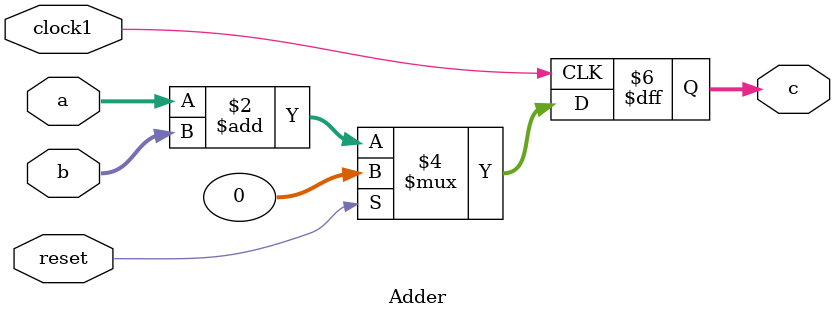
<source format=v>
module Adder(
  input  wire clock1,
  input  wire reset,

  input  wire [31:0] a,
  input  wire [31:0] b,

  output reg [31:0] c
);
  always @(posedge clock1) begin
    if (reset) begin
      c <= '0;
    end else begin
      c <= a + b;
    end
  end
endmodule

</source>
